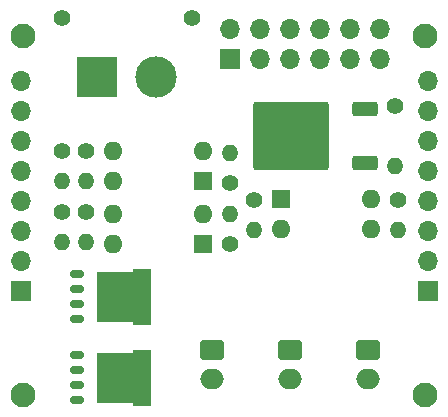
<source format=gbr>
%TF.GenerationSoftware,KiCad,Pcbnew,7.0.11*%
%TF.CreationDate,2025-01-11T16:00:57+09:00*%
%TF.ProjectId,Kicker,4b69636b-6572-42e6-9b69-6361645f7063,rev?*%
%TF.SameCoordinates,Original*%
%TF.FileFunction,Soldermask,Top*%
%TF.FilePolarity,Negative*%
%FSLAX46Y46*%
G04 Gerber Fmt 4.6, Leading zero omitted, Abs format (unit mm)*
G04 Created by KiCad (PCBNEW 7.0.11) date 2025-01-11 16:00:57*
%MOMM*%
%LPD*%
G01*
G04 APERTURE LIST*
G04 Aperture macros list*
%AMRoundRect*
0 Rectangle with rounded corners*
0 $1 Rounding radius*
0 $2 $3 $4 $5 $6 $7 $8 $9 X,Y pos of 4 corners*
0 Add a 4 corners polygon primitive as box body*
4,1,4,$2,$3,$4,$5,$6,$7,$8,$9,$2,$3,0*
0 Add four circle primitives for the rounded corners*
1,1,$1+$1,$2,$3*
1,1,$1+$1,$4,$5*
1,1,$1+$1,$6,$7*
1,1,$1+$1,$8,$9*
0 Add four rect primitives between the rounded corners*
20,1,$1+$1,$2,$3,$4,$5,0*
20,1,$1+$1,$4,$5,$6,$7,0*
20,1,$1+$1,$6,$7,$8,$9,0*
20,1,$1+$1,$8,$9,$2,$3,0*%
%AMFreePoly0*
4,1,9,2.975000,-2.350000,1.425000,-2.350000,1.425000,-2.100000,-1.650000,-2.100000,-1.650000,2.100000,1.425000,2.100000,1.425000,2.350000,2.975000,2.350000,2.975000,-2.350000,2.975000,-2.350000,$1*%
G04 Aperture macros list end*
%ADD10C,2.100000*%
%ADD11C,1.400000*%
%ADD12O,1.400000X1.400000*%
%ADD13RoundRect,0.175000X-0.400000X0.175000X-0.400000X-0.175000X0.400000X-0.175000X0.400000X0.175000X0*%
%ADD14FreePoly0,0.000000*%
%ADD15RoundRect,0.250000X0.850000X0.350000X-0.850000X0.350000X-0.850000X-0.350000X0.850000X-0.350000X0*%
%ADD16RoundRect,0.249997X2.950003X2.650003X-2.950003X2.650003X-2.950003X-2.650003X2.950003X-2.650003X0*%
%ADD17R,3.500000X3.500000*%
%ADD18C,3.500000*%
%ADD19R,1.700000X1.700000*%
%ADD20O,1.700000X1.700000*%
%ADD21RoundRect,0.250000X-0.750000X0.600000X-0.750000X-0.600000X0.750000X-0.600000X0.750000X0.600000X0*%
%ADD22O,2.000000X1.700000*%
%ADD23R,1.600000X1.600000*%
%ADD24O,1.600000X1.600000*%
G04 APERTURE END LIST*
D10*
%TO.C,REF\u002A\u002A*%
X148100000Y-81930000D03*
%TD*%
%TO.C,REF\u002A\u002A*%
X182100000Y-81940000D03*
%TD*%
%TO.C,REF\u002A\u002A*%
X182100000Y-112300000D03*
%TD*%
%TO.C,REF\u002A\u002A*%
X148110000Y-112300000D03*
%TD*%
D11*
%TO.C,R9*%
X151394000Y-96819000D03*
D12*
X151394000Y-99359000D03*
%TD*%
D11*
%TO.C,R6*%
X151384000Y-91648000D03*
D12*
X151384000Y-94188000D03*
%TD*%
D11*
%TO.C,R8*%
X153426000Y-96819000D03*
D12*
X153426000Y-99359000D03*
%TD*%
D11*
%TO.C,R5*%
X153416000Y-91648000D03*
D12*
X153416000Y-94188000D03*
%TD*%
D11*
%TO.C,R7*%
X165618000Y-99563000D03*
D12*
X165618000Y-97023000D03*
%TD*%
D11*
%TO.C,R4*%
X165608000Y-94342000D03*
D12*
X165608000Y-91802000D03*
%TD*%
D13*
%TO.C,Q3*%
X152654000Y-102110000D03*
X152654000Y-103380000D03*
X152654000Y-104660000D03*
X152654000Y-105930000D03*
D14*
X155924000Y-104020000D03*
%TD*%
D13*
%TO.C,Q2*%
X152654000Y-108956000D03*
X152654000Y-110226000D03*
X152654000Y-111506000D03*
X152654000Y-112776000D03*
D14*
X155924000Y-110866000D03*
%TD*%
D11*
%TO.C,R2*%
X179832000Y-95808000D03*
D12*
X179832000Y-98348000D03*
%TD*%
D11*
%TO.C,R1*%
X167640000Y-95808000D03*
D12*
X167640000Y-98348000D03*
%TD*%
D15*
%TO.C,Q1*%
X177038000Y-88141500D03*
D16*
X170738000Y-90421500D03*
D15*
X177038000Y-92701500D03*
%TD*%
D11*
%TO.C,J3*%
X151345000Y-80398000D03*
X162345000Y-80398000D03*
D17*
X154345000Y-85398000D03*
D18*
X159345000Y-85398000D03*
%TD*%
D19*
%TO.C,J2*%
X182320000Y-103517416D03*
D20*
X182320000Y-100977416D03*
X182320000Y-98437416D03*
X182320000Y-95897416D03*
X182320000Y-93357416D03*
X182320000Y-90817416D03*
X182320000Y-88277416D03*
X182320000Y-85737416D03*
%TD*%
D21*
%TO.C,C1*%
X177292000Y-108478000D03*
D22*
X177292000Y-110978000D03*
%TD*%
D21*
%TO.C,J6*%
X164101000Y-108478000D03*
D22*
X164101000Y-110978000D03*
%TD*%
D23*
%TO.C,U1*%
X169936000Y-95753000D03*
D24*
X169936000Y-98293000D03*
X177556000Y-98293000D03*
X177556000Y-95753000D03*
%TD*%
D12*
%TO.C,R3*%
X179578000Y-92964000D03*
D11*
X179578000Y-87884000D03*
%TD*%
D19*
%TO.C,J4*%
X165608000Y-83882000D03*
D20*
X165608000Y-81342000D03*
X168148000Y-83882000D03*
X168148000Y-81342000D03*
X170688000Y-83882000D03*
X170688000Y-81342000D03*
X173228000Y-83882000D03*
X173228000Y-81342000D03*
X175768000Y-83882000D03*
X175768000Y-81342000D03*
X178308000Y-83882000D03*
X178308000Y-81342000D03*
%TD*%
D19*
%TO.C,J1*%
X147878000Y-103517416D03*
D20*
X147878000Y-100977416D03*
X147878000Y-98437416D03*
X147878000Y-95897416D03*
X147878000Y-93357416D03*
X147878000Y-90817416D03*
X147878000Y-88277416D03*
X147878000Y-85737416D03*
%TD*%
D23*
%TO.C,U3*%
X163332000Y-99563000D03*
D24*
X163332000Y-97023000D03*
X155712000Y-97023000D03*
X155712000Y-99563000D03*
%TD*%
D21*
%TO.C,J5*%
X170705000Y-108478000D03*
D22*
X170705000Y-110978000D03*
%TD*%
D23*
%TO.C,U2*%
X163322000Y-94234000D03*
D24*
X163322000Y-91694000D03*
X155702000Y-91694000D03*
X155702000Y-94234000D03*
%TD*%
M02*

</source>
